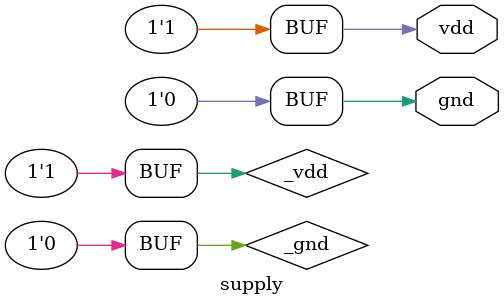
<source format=v>

/**
 * Iesus Hominum Salvator.
 */

module supply ( output vdd, gnd );

    supply1 _vdd;
    supply0 _gnd;

    assign vdd = _vdd;
    assign gnd = _gnd;

endmodule



</source>
